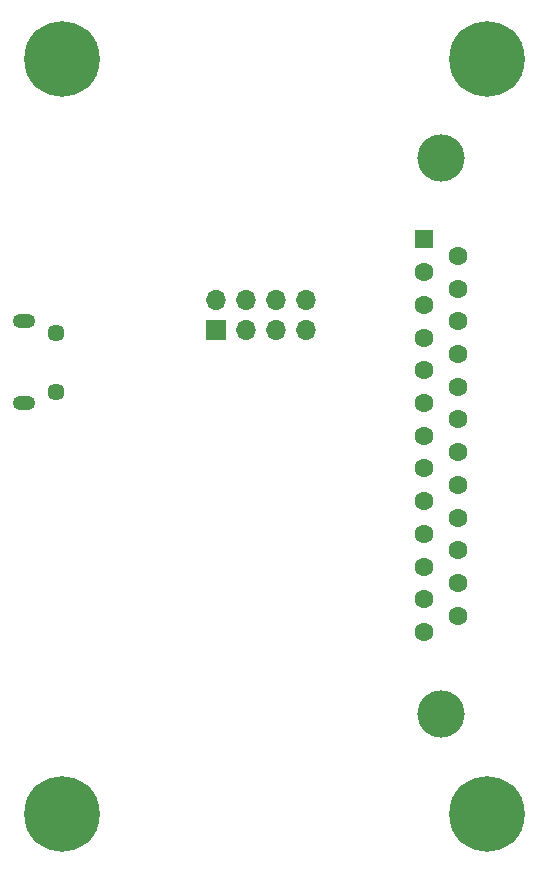
<source format=gbr>
%TF.GenerationSoftware,KiCad,Pcbnew,(5.1.8)-1*%
%TF.CreationDate,2021-01-03T01:00:05+10:00*%
%TF.ProjectId,OpenRetroPad,4f70656e-5265-4747-926f-5061642e6b69,rev?*%
%TF.SameCoordinates,Original*%
%TF.FileFunction,Soldermask,Bot*%
%TF.FilePolarity,Negative*%
%FSLAX46Y46*%
G04 Gerber Fmt 4.6, Leading zero omitted, Abs format (unit mm)*
G04 Created by KiCad (PCBNEW (5.1.8)-1) date 2021-01-03 01:00:05*
%MOMM*%
%LPD*%
G01*
G04 APERTURE LIST*
%ADD10O,1.900000X1.200000*%
%ADD11C,1.450000*%
%ADD12O,1.700000X1.700000*%
%ADD13R,1.700000X1.700000*%
%ADD14C,0.800000*%
%ADD15C,6.400000*%
%ADD16C,4.000000*%
%ADD17C,1.600000*%
%ADD18R,1.600000X1.600000*%
G04 APERTURE END LIST*
D10*
%TO.C,J1*%
X108522500Y-91430000D03*
X108522500Y-84430000D03*
D11*
X111222500Y-90430000D03*
X111222500Y-85430000D03*
%TD*%
D12*
%TO.C,J2*%
X132380000Y-82690000D03*
X129840000Y-82690000D03*
X127300000Y-82690000D03*
X124760000Y-82690000D03*
X132380000Y-85230000D03*
X129840000Y-85230000D03*
X127300000Y-85230000D03*
D13*
X124760000Y-85230000D03*
%TD*%
D14*
%TO.C,H4*%
X149457056Y-124532944D03*
X147760000Y-123830000D03*
X146062944Y-124532944D03*
X145360000Y-126230000D03*
X146062944Y-127927056D03*
X147760000Y-128630000D03*
X149457056Y-127927056D03*
X150160000Y-126230000D03*
D15*
X147760000Y-126230000D03*
%TD*%
D14*
%TO.C,H3*%
X113457056Y-124532944D03*
X111760000Y-123830000D03*
X110062944Y-124532944D03*
X109360000Y-126230000D03*
X110062944Y-127927056D03*
X111760000Y-128630000D03*
X113457056Y-127927056D03*
X114160000Y-126230000D03*
D15*
X111760000Y-126230000D03*
%TD*%
D14*
%TO.C,H2*%
X149457056Y-60532944D03*
X147760000Y-59830000D03*
X146062944Y-60532944D03*
X145360000Y-62230000D03*
X146062944Y-63927056D03*
X147760000Y-64630000D03*
X149457056Y-63927056D03*
X150160000Y-62230000D03*
D15*
X147760000Y-62230000D03*
%TD*%
D14*
%TO.C,H1*%
X113457056Y-60532944D03*
X111760000Y-59830000D03*
X110062944Y-60532944D03*
X109360000Y-62230000D03*
X110062944Y-63927056D03*
X111760000Y-64630000D03*
X113457056Y-63927056D03*
X114160000Y-62230000D03*
D15*
X111760000Y-62230000D03*
%TD*%
D16*
%TO.C,J3*%
X143810000Y-70620000D03*
X143810000Y-117720000D03*
D17*
X145230000Y-109405000D03*
X145230000Y-106635000D03*
X145230000Y-103865000D03*
X145230000Y-101095000D03*
X145230000Y-98325000D03*
X145230000Y-95555000D03*
X145230000Y-92785000D03*
X145230000Y-90015000D03*
X145230000Y-87245000D03*
X145230000Y-84475000D03*
X145230000Y-81705000D03*
X145230000Y-78935000D03*
X142390000Y-110790000D03*
X142390000Y-108020000D03*
X142390000Y-105250000D03*
X142390000Y-102480000D03*
X142390000Y-99710000D03*
X142390000Y-96940000D03*
X142390000Y-94170000D03*
X142390000Y-91400000D03*
X142390000Y-88630000D03*
X142390000Y-85860000D03*
X142390000Y-83090000D03*
X142390000Y-80320000D03*
D18*
X142390000Y-77550000D03*
%TD*%
M02*

</source>
